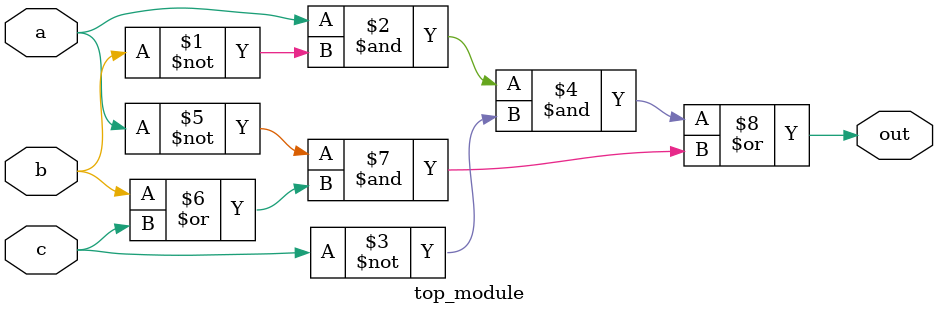
<source format=sv>
module top_module(
    input a,
    input b,
    input c,
    output out
);

assign out = (a & ~b & ~c) | (~a & (b | c));

endmodule

</source>
